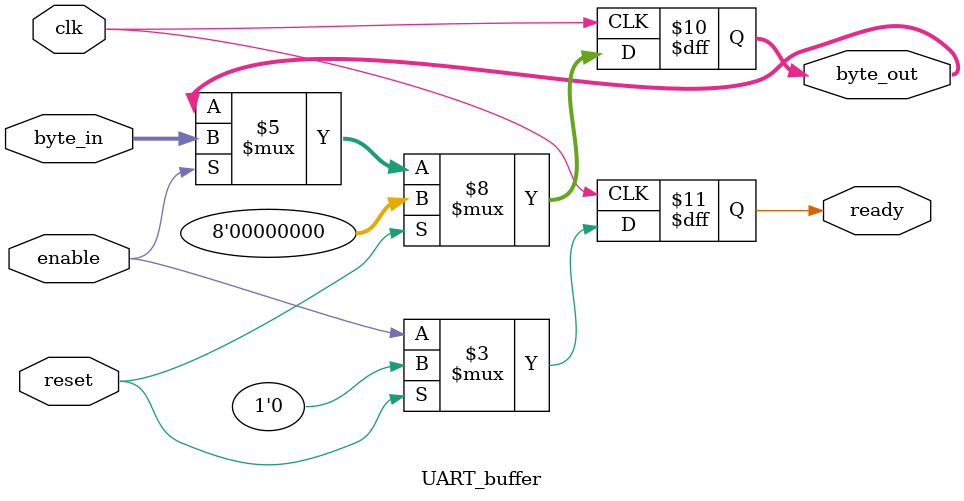
<source format=sv>
module UART_buffer
    (
        input clk,
        input reset,
        input enable,
        input      [7:0] byte_in,
        output reg [7:0] byte_out,
        output reg ready
    );

always @(posedge clk) begin
    if (reset) begin
        byte_out <= '0;
        ready <= 0;
    end else begin
        ready <= enable;    //изменил
        if (enable) begin
            byte_out <= byte_in;
        end
    end
end
endmodule

</source>
